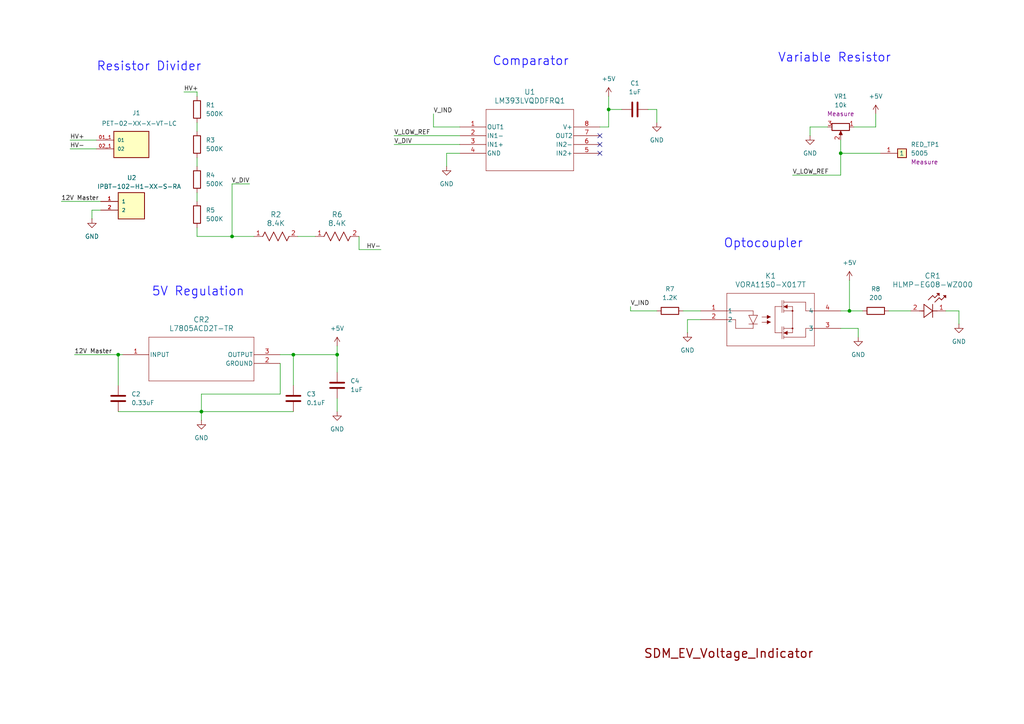
<source format=kicad_sch>
(kicad_sch (version 20250114) (generator "eeschema") (generator_version "9.0")
  (paper "A4")
  (lib_symbols
    (symbol "Device:C" (pin_numbers (hide yes)) (pin_names (offset 0.254))
      (property "Reference" "C" (at 0.635 2.54 0))
      (property "Value" "C" (at 0.635 -2.54 0))
      (symbol "C_0_1"
        (polyline (pts (xy -2.032 0.762) (xy 2.032 0.762)) (stroke (width 0.508)))
        (polyline (pts (xy -2.032 -0.762) (xy 2.032 -0.762)) (stroke (width 0.508)))
      )
      (symbol "C_1_1"
        (pin passive line (at 0 3.81 270) (length 2.794) (name "~") (number "1"))
        (pin passive line (at 0 -3.81 90) (length 2.794) (name "~") (number "2"))
      )
    )
    (symbol "Device:R" (pin_numbers (hide yes)) (pin_names (offset 0))
      (property "Reference" "R" (at 2.032 0 90))
      (property "Value" "R" (at 0 0 90))
      (symbol "R_0_1"
        (rectangle (start -1.016 -2.54) (end 1.016 2.54) (stroke (width 0.254)))
      )
      (symbol "R_1_1"
        (pin passive line (at 0 3.81 270) (length 1.27) (name "~") (number "1"))
        (pin passive line (at 0 -3.81 90) (length 1.27) (name "~") (number "2"))
      )
    )
    (symbol "SDM_Parts:ERA-2ARB102X" (pin_names (offset 0.254))
      (property "Reference" "R" (at 5.715 3.81 0))
      (property "Value" "ERA-2ARB102X" (at 6.35 -3.81 0))
      (symbol "ERA-2ARB102X_1_1"
        (polyline (pts (xy 2.54 0) (xy 3.175 1.27)) (stroke (width 0.2032)))
        (polyline (pts (xy 3.175 1.27) (xy 4.445 -1.27)) (stroke (width 0.2032)))
        (polyline (pts (xy 4.445 -1.27) (xy 5.715 1.27)) (stroke (width 0.2032)))
        (polyline (pts (xy 5.715 1.27) (xy 6.985 -1.27)) (stroke (width 0.2032)))
        (polyline (pts (xy 6.985 -1.27) (xy 8.255 1.27)) (stroke (width 0.2032)))
        (polyline (pts (xy 8.255 1.27) (xy 9.525 -1.27)) (stroke (width 0.2032)))
        (polyline (pts (xy 9.525 -1.27) (xy 10.16 0)) (stroke (width 0.2032)))
        (pin unspecified line (at 0 0 0) (length 2.54) (name "") (number "1"))
        (pin unspecified line (at 12.7 0 180) (length 2.54) (name "") (number "2"))
      )
      (symbol "ERA-2ARB102X_1_2"
        (polyline (pts (xy -1.27 8.255) (xy 1.27 9.525)) (stroke (width 0.2032)))
        (polyline (pts (xy -1.27 5.715) (xy 1.27 6.985)) (stroke (width 0.2032)))
        (polyline (pts (xy -1.27 3.175) (xy 1.27 4.445)) (stroke (width 0.2032)))
        (polyline (pts (xy 0 2.54) (xy -1.27 3.175)) (stroke (width 0.2032)))
        (polyline (pts (xy 1.27 9.525) (xy 0 10.16)) (stroke (width 0.2032)))
        (polyline (pts (xy 1.27 6.985) (xy -1.27 8.255)) (stroke (width 0.2032)))
        (polyline (pts (xy 1.27 4.445) (xy -1.27 5.715)) (stroke (width 0.2032)))
        (pin unspecified line (at 0 12.7 270) (length 2.54) (name "") (number "1"))
        (pin unspecified line (at 0 0 90) (length 2.54) (name "") (number "2"))
      )
    )
    (symbol "SDM_Parts:LM393LVQDDFRQ1" (pin_names (offset 0.254))
      (property "Reference" "U" (at 20.32 10.16 0))
      (property "Value" "LM393LVQDDFRQ1" (at 20.32 7.62 0))
      (symbol "LM393LVQDDFRQ1_0_1"
        (polyline (pts (xy 7.62 5.08) (xy 7.62 -12.7)) (stroke (width 0.127)))
        (polyline (pts (xy 7.62 -12.7) (xy 33.02 -12.7)) (stroke (width 0.127)))
        (polyline (pts (xy 33.02 5.08) (xy 7.62 5.08)) (stroke (width 0.127)))
        (polyline (pts (xy 33.02 -12.7) (xy 33.02 5.08)) (stroke (width 0.127)))
        (pin output line (at 0 0 0) (length 7.62) (name "OUT1") (number "1"))
        (pin input line (at 0 -2.54 0) (length 7.62) (name "IN1-") (number "2"))
        (pin input line (at 0 -5.08 0) (length 7.62) (name "IN1+") (number "3"))
        (pin power_out line (at 0 -7.62 0) (length 7.62) (name "GND") (number "4"))
        (pin power_in line (at 40.64 0 180) (length 7.62) (name "V+") (number "8"))
        (pin output line (at 40.64 -2.54 180) (length 7.62) (name "OUT2") (number "7"))
        (pin input line (at 40.64 -5.08 180) (length 7.62) (name "IN2-") (number "6"))
        (pin input line (at 40.64 -7.62 180) (length 7.62) (name "IN2+") (number "5"))
      )
    )
    (symbol "SDM_Parts:VORA1150-X017T" (pin_names (offset 0.254))
      (property "Reference" "K" (at 20.32 10.16 0))
      (property "Value" "VORA1150-X017T" (at 20.32 7.62 0))
      (symbol "VORA1150-X017T_0_1"
        (polyline (pts (xy 7.62 5.08) (xy 7.62 -10.16)) (stroke (width 0.127)))
        (polyline (pts (xy 7.62 0) (xy 15.24 0)) (stroke (width 0.127)))
        (polyline (pts (xy 7.62 -2.54) (xy 10.16 -2.54)) (stroke (width 0.127)))
        (polyline (pts (xy 7.62 -10.16) (xy 33.02 -10.16)) (stroke (width 0.127)))
        (polyline (pts (xy 10.16 -2.54) (xy 10.16 -5.08)) (stroke (width 0.127)))
        (polyline (pts (xy 10.16 -5.08) (xy 15.24 -5.08)) (stroke (width 0.127)))
        (polyline (pts (xy 13.97 -1.27) (xy 16.51 -1.27)) (stroke (width 0.127)))
        (polyline (pts (xy 13.97 -3.81) (xy 16.51 -3.81)) (stroke (width 0.127)))
        (polyline (pts (xy 15.24 -1.27) (xy 15.24 0)) (stroke (width 0.127)))
        (polyline (pts (xy 15.24 -3.81) (xy 13.97 -1.27)) (stroke (width 0.127)))
        (polyline (pts (xy 15.24 -3.81) (xy 15.24 -5.08)) (stroke (width 0.127)))
        (polyline (pts (xy 16.51 -1.27) (xy 15.24 -3.81)) (stroke (width 0.127)))
        (polyline (pts (xy 17.78 -1.778) (xy 19.558 -1.778)) (stroke (width 0.127)))
        (polyline (pts (xy 17.78 -3.302) (xy 19.558 -3.302)) (stroke (width 0.127)))
        (polyline (pts (xy 20.32 -1.778) (xy 19.304 -1.27) (xy 19.304 -2.286)) (fill (type outline)))
        (polyline (pts (xy 20.32 -3.302) (xy 19.304 -2.794) (xy 19.304 -3.81)) (fill (type outline)))
        (polyline (pts (xy 21.59 1.27) (xy 21.59 -6.35)) (stroke (width 0.127)))
        (polyline (pts (xy 21.59 1.27) (xy 23.622 1.27)) (stroke (width 0.127)))
        (polyline (pts (xy 21.59 -6.35) (xy 23.622 -6.35)) (stroke (width 0.127)))
        (polyline (pts (xy 23.622 3.048) (xy 23.622 -0.508)) (stroke (width 0.127)))
        (polyline (pts (xy 23.622 -4.572) (xy 23.622 -8.128)) (stroke (width 0.127)))
        (polyline (pts (xy 24.13 3.048) (xy 24.13 2.032)) (stroke (width 0.127)))
        (polyline (pts (xy 24.13 2.54) (xy 30.48 2.54)) (stroke (width 0.127)))
        (polyline (pts (xy 24.13 1.778) (xy 24.13 0.762)) (stroke (width 0.127)))
        (polyline (pts (xy 24.13 1.27) (xy 25.146 0.762) (xy 25.146 1.778)) (fill (type outline)))
        (polyline (pts (xy 24.13 0.508) (xy 24.13 -0.508)) (stroke (width 0.127)))
        (polyline (pts (xy 24.13 0) (xy 26.67 0)) (stroke (width 0.127)))
        (polyline (pts (xy 24.13 -4.572) (xy 24.13 -5.588)) (stroke (width 0.127)))
        (polyline (pts (xy 24.13 -5.08) (xy 26.67 -5.08)) (stroke (width 0.127)))
        (polyline (pts (xy 24.13 -5.842) (xy 24.13 -6.858)) (stroke (width 0.127)))
        (polyline (pts (xy 24.13 -6.35) (xy 25.146 -6.858) (xy 25.146 -5.842)) (fill (type outline)))
        (polyline (pts (xy 24.13 -7.112) (xy 24.13 -8.128)) (stroke (width 0.127)))
        (polyline (pts (xy 24.638 1.27) (xy 26.67 1.27)) (stroke (width 0.127)))
        (polyline (pts (xy 26.67 1.27) (xy 26.67 -6.35)) (stroke (width 0.127)))
        (circle (center 26.67 0) (radius 0.127) (stroke (width 0.254)))
        (circle (center 26.67 -5.08) (radius 0.127) (stroke (width 0.254)))
        (polyline (pts (xy 26.67 -6.35) (xy 24.384 -6.35)) (stroke (width 0.127)))
        (polyline (pts (xy 30.48 2.54) (xy 30.48 0)) (stroke (width 0.127)))
        (polyline (pts (xy 30.48 0) (xy 33.02 0)) (stroke (width 0.127)))
        (polyline (pts (xy 30.48 -5.08) (xy 30.48 -7.62)) (stroke (width 0.127)))
        (polyline (pts (xy 30.48 -7.62) (xy 24.13 -7.62)) (stroke (width 0.127)))
        (polyline (pts (xy 33.02 5.08) (xy 7.62 5.08)) (stroke (width 0.127)))
        (polyline (pts (xy 33.02 -5.08) (xy 30.48 -5.08)) (stroke (width 0.127)))
        (polyline (pts (xy 33.02 -10.16) (xy 33.02 5.08)) (stroke (width 0.127)))
        (pin unspecified line (at 0 0 0) (length 7.62) (name "1") (number "1"))
        (pin unspecified line (at 0 -2.54 0) (length 7.62) (name "2") (number "2"))
        (pin bidirectional line (at 40.64 0 180) (length 7.62) (name "4") (number "4"))
        (pin unspecified line (at 40.64 -5.08 180) (length 7.62) (name "3") (number "3"))
      )
    )
    (symbol "Symbols:3386P-1-103TLF" (pin_names (hide yes))
      (property "Reference" "VR" (at 0 6.858 0))
      (property "Value" "10k" (at 0 5.08 0))
      (property "Measure" "Measure" (at 4.064 2.794 0))
      (symbol "3386P-1-103TLF_0_1"
        (polyline (pts (xy 3.81 -1.143) (xy 4.318 -2.286) (xy 3.302 -2.286) (xy 3.81 -1.143)) (fill (type outline)))
        (polyline (pts (xy 3.81 -2.54) (xy 3.81 -1.524)))
        (rectangle (start 6.35 -1.016) (end 1.27 1.016) (stroke (width 0.254)))
      )
      (symbol "3386P-1-103TLF_1_1"
        (pin passive line (at 0 0 0) (length 1.27) (name "CW") (number "3"))
        (pin passive line (at 3.81 -3.81 90) (length 1.27) (name "Wiper") (number "2"))
        (pin passive line (at 7.62 0 180) (length 1.27) (name "CCW") (number "1"))
      )
    )
    (symbol "Symbols:5005"
      (property "Reference" "RED_TP" (at 16.51 7.62 0))
      (property "Value" "5005" (at 16.51 5.08 0))
      (property "Measure" "Measure" (at 20.574 2.54 0))
      (symbol "5005_1_1"
        (rectangle (start 5.08 1.27) (end 7.62 -1.27) (stroke (width 0.254)) (fill (type background)))
        (pin passive line (at 0 0 0) (length 5.08) (name "1") (number "1"))
      )
    )
    (symbol "Symbols:HLMP-EG08-WZ000" (pin_names (offset 0.254))
      (property "Reference" "CR" (at 5.08 -4.445 0))
      (property "Value" "HLMP-EG08-WZ000" (at 5.08 -7.62 0))
      (symbol "HLMP-EG08-WZ000_1_1"
        (polyline (pts (xy 2.54 0) (xy 3.4798 0)) (stroke (width 0.2032)))
        (polyline (pts (xy 3.175 0) (xy 3.81 0)) (stroke (width 0.2032)))
        (polyline (pts (xy 3.81 1.905) (xy 3.81 -1.905)) (stroke (width 0.2032)))
        (polyline (pts (xy 3.81 -1.905) (xy 6.35 0)) (stroke (width 0.2032)))
        (polyline (pts (xy 5.08 3.175) (xy 6.35 4.445)) (stroke (width 0.2032)))
        (polyline (pts (xy 6.35 4.445) (xy 6.985 3.81)) (stroke (width 0.2032)))
        (polyline (pts (xy 6.35 0) (xy 3.81 1.905)) (stroke (width 0.2032)))
        (polyline (pts (xy 6.35 0) (xy 7.62 0)) (stroke (width 0.2032)))
        (polyline (pts (xy 6.35 -1.905) (xy 6.35 1.905)) (stroke (width 0.2032)))
        (polyline (pts (xy 6.985 3.81) (xy 8.255 5.08)) (stroke (width 0.2032)))
        (polyline (pts (xy 6.985 2.54) (xy 8.255 3.81)) (stroke (width 0.2032)))
        (polyline (pts (xy 7.62 5.08) (xy 8.255 4.445)) (stroke (width 0.2032)))
        (polyline (pts (xy 8.255 5.08) (xy 7.62 5.08)) (stroke (width 0.2032)))
        (polyline (pts (xy 8.255 4.445) (xy 8.255 5.08)) (stroke (width 0.2032)))
        (polyline (pts (xy 8.255 3.81) (xy 8.89 3.175)) (stroke (width 0.2032)))
        (polyline (pts (xy 8.89 3.175) (xy 10.16 4.445)) (stroke (width 0.2032)))
        (polyline (pts (xy 9.525 4.445) (xy 10.16 3.81)) (stroke (width 0.2032)))
        (polyline (pts (xy 10.16 4.445) (xy 9.525 4.445)) (stroke (width 0.2032)))
        (polyline (pts (xy 10.16 3.81) (xy 10.16 4.445)) (stroke (width 0.2032)))
        (pin unspecified line (at 0 0 0) (length 2.54) (name "") (number "2"))
        (pin unspecified line (at 10.16 0 180) (length 2.54) (name "") (number "1"))
      )
      (symbol "HLMP-EG08-WZ000_1_2"
        (polyline (pts (xy -5.08 8.255) (xy -5.08 7.62)) (stroke (width 0.2032)))
        (polyline (pts (xy -5.08 7.62) (xy -4.445 8.255)) (stroke (width 0.2032)))
        (polyline (pts (xy -4.445 10.16) (xy -4.445 9.525)) (stroke (width 0.2032)))
        (polyline (pts (xy -4.445 9.525) (xy -3.81 10.16)) (stroke (width 0.2032)))
        (polyline (pts (xy -4.445 8.255) (xy -5.08 8.255)) (stroke (width 0.2032)))
        (polyline (pts (xy -4.445 6.35) (xy -3.81 6.985)) (stroke (width 0.2032)))
        (polyline (pts (xy -3.81 10.16) (xy -4.445 10.16)) (stroke (width 0.2032)))
        (polyline (pts (xy -3.81 8.255) (xy -3.175 8.89)) (stroke (width 0.2032)))
        (polyline (pts (xy -3.81 6.985) (xy -5.08 8.255)) (stroke (width 0.2032)))
        (polyline (pts (xy -3.175 8.89) (xy -4.445 10.16)) (stroke (width 0.2032)))
        (polyline (pts (xy -3.175 5.08) (xy -4.445 6.35)) (stroke (width 0.2032)))
        (polyline (pts (xy -2.54 6.985) (xy -3.81 8.255)) (stroke (width 0.2032)))
        (polyline (pts (xy -1.905 3.81) (xy 1.905 3.81)) (stroke (width 0.2032)))
        (polyline (pts (xy 0 6.35) (xy -1.905 3.81)) (stroke (width 0.2032)))
        (polyline (pts (xy 0 6.35) (xy 0 7.62)) (stroke (width 0.2032)))
        (polyline (pts (xy 0 3.175) (xy 0 3.81)) (stroke (width 0.2032)))
        (polyline (pts (xy 0 2.54) (xy 0 3.4798)) (stroke (width 0.2032)))
        (polyline (pts (xy 1.905 6.35) (xy -1.905 6.35)) (stroke (width 0.2032)))
        (polyline (pts (xy 1.905 3.81) (xy 0 6.35)) (stroke (width 0.2032)))
        (pin unspecified line (at 0 10.16 270) (length 2.54) (name "") (number "1"))
        (pin unspecified line (at 0 0 90) (length 2.54) (name "") (number "2"))
      )
    )
    (symbol "Symbols:IPBT-102-H1-XX-S-RA" (pin_names (offset 1.016))
      (property "Reference" "U" (at 5.08 3.302 0))
      (property "Value" "IPBT-102-H1-XX-S-RA" (at 5.08 -7.112 0))
      (symbol "IPBT-102-H1-XX-S-RA_0_0"
        (rectangle (start 5.08 -5.08) (end 12.7 2.54) (stroke (width 0.254)) (fill (type background)))
        (pin bidirectional line (at 0 0 0) (length 5.08) (name "1") (number "1"))
        (pin bidirectional line (at 0 -2.54 0) (length 5.08) (name "2") (number "2"))
      )
    )
    (symbol "Symbols:L7805ACD2T-TR" (pin_names (offset 0.254))
      (property "Reference" "CR" (at 22.86 10.16 0))
      (property "Value" "L7805ACD2T-TR" (at 22.86 7.62 0))
      (symbol "L7805ACD2T-TR_0_1"
        (polyline (pts (xy 7.62 5.08) (xy 7.62 -7.62)) (stroke (width 0.127)))
        (polyline (pts (xy 7.62 -7.62) (xy 38.1 -7.62)) (stroke (width 0.127)))
        (polyline (pts (xy 38.1 5.08) (xy 7.62 5.08)) (stroke (width 0.127)))
        (polyline (pts (xy 38.1 -7.62) (xy 38.1 5.08)) (stroke (width 0.127)))
        (pin input line (at 0 0 0) (length 7.62) (name "INPUT") (number "1"))
        (pin output line (at 45.72 0 180) (length 7.62) (name "OUTPUT") (number "3"))
        (pin power_out line (at 45.72 -2.54 180) (length 7.62) (name "GROUND") (number "2"))
      )
    )
    (symbol "Symbols:PET-02-XX-X-VT-LC" (pin_names (offset 1.016))
      (property "Reference" "J" (at -5.08 3.302 0))
      (property "Value" "PET-02-XX-X-VT-LC" (at -5.08 -5.842 0))
      (symbol "PET-02-XX-X-VT-LC_0_0"
        (rectangle (start -5.08 -5.08) (end 5.08 2.54) (stroke (width 0.254)) (fill (type background)))
        (pin power_in line (at -10.16 0 0) (length 5.08) (name "01") (number "01_1"))
        (pin power_in line (at -10.16 0 0) (length 5.08) (hide yes) (name "01") (number "01_2"))
        (pin power_in line (at -10.16 0 0) (length 5.08) (hide yes) (name "01") (number "01_3"))
        (pin power_in line (at -10.16 0 0) (length 5.08) (hide yes) (name "01") (number "01_4"))
        (pin power_in line (at -10.16 0 0) (length 5.08) (hide yes) (name "01") (number "01_5"))
        (pin power_in line (at -10.16 0 0) (length 5.08) (hide yes) (name "01") (number "01_6"))
        (pin power_in line (at -10.16 0 0) (length 5.08) (hide yes) (name "01") (number "01_7"))
        (pin power_in line (at -10.16 0 0) (length 5.08) (hide yes) (name "01") (number "01_8"))
        (pin power_in line (at -10.16 -2.54 0) (length 5.08) (name "02") (number "02_1"))
        (pin power_in line (at -10.16 -2.54 0) (length 5.08) (hide yes) (name "02") (number "02_2"))
        (pin power_in line (at -10.16 -2.54 0) (length 5.08) (hide yes) (name "02") (number "02_3"))
        (pin power_in line (at -10.16 -2.54 0) (length 5.08) (hide yes) (name "02") (number "02_4"))
        (pin power_in line (at -10.16 -2.54 0) (length 5.08) (hide yes) (name "02") (number "02_5"))
        (pin power_in line (at -10.16 -2.54 0) (length 5.08) (hide yes) (name "02") (number "02_6"))
        (pin power_in line (at -10.16 -2.54 0) (length 5.08) (hide yes) (name "02") (number "02_7"))
        (pin power_in line (at -10.16 -2.54 0) (length 5.08) (hide yes) (name "02") (number "02_8"))
      )
    )
    (symbol "power:+5V" (power) (pin_numbers (hide yes)) (pin_names (offset 0) (hide yes))
      (property "Value" "+5V" (at 0 3.556 0))
      (symbol "+5V_0_1"
        (polyline (pts (xy -0.762 1.27) (xy 0 2.54)))
        (polyline (pts (xy 0 2.54) (xy 0.762 1.27)))
        (polyline (pts (xy 0 0) (xy 0 2.54)))
      )
      (symbol "+5V_1_1"
        (pin power_in line (at 0 0 90) (length 0) (name "~") (number "1"))
      )
    )
    (symbol "power:GND" (power) (pin_numbers (hide yes)) (pin_names (offset 0) (hide yes))
      (property "Value" "GND" (at 0 -3.81 0))
      (symbol "GND_0_1"
        (polyline (pts (xy 0 0) (xy 0 -1.27) (xy 1.27 -1.27) (xy 0 -2.54) (xy -1.27 -1.27) (xy 0 -1.27)))
      )
      (symbol "GND_1_1"
        (pin power_in line (at 0 0 270) (length 0) (name "~") (number "1"))
      )
    )
  )
  (text "Comparator" (at 142.748 19.304 0) (effects (font (size 2.54 2.54) (thickness 0.254) (bold yes)) (justify left bottom)))
  (text "Optocoupler" (at 209.804 72.136 0) (effects (font (size 2.54 2.54) (thickness 0.254) (bold yes)) (justify left bottom)))
  (text "Variable Resistor" (at 225.552 18.288 0) (effects (font (size 2.54 2.54) (thickness 0.254) (bold yes)) (justify left bottom)))
  (text "SDM_EV_Voltage_Indicator" (at 211.328 189.738 0) (effects (font (size 2.54 2.54) (thickness 0.3175))))
  (text "5V Regulation" (at 43.942 86.106 0) (effects (font (size 2.54 2.54) (thickness 0.254) (bold yes)) (justify left bottom)))
  (text "Resistor Divider" (at 27.94 20.828 0) (effects (font (size 2.54 2.54) (thickness 0.254) (bold yes)) (justify left bottom)))
  (junction (at 58.42 119.38))
  (junction (at 176.53 31.75))
  (junction (at 85.09 102.87))
  (junction (at 246.38 90.17))
  (junction (at 97.79 102.87))
  (junction (at 243.84 44.45))
  (junction (at 34.29 102.87))
  (junction (at 67.31 68.58))
  (no_connect (at 173.99 39.37))
  (no_connect (at 173.99 44.45))
  (no_connect (at 173.99 41.91))
  (wire (pts (xy 20.32 43.18) (xy 27.94 43.18)))
  (wire (pts (xy 234.95 36.83) (xy 234.95 39.37)))
  (wire (pts (xy 114.3 41.91) (xy 133.35 41.91)))
  (wire (pts (xy 243.84 50.8) (xy 243.84 44.45)))
  (wire (pts (xy 240.03 36.83) (xy 234.95 36.83)))
  (wire (pts (xy 133.35 36.83) (xy 125.73 36.83)))
  (wire (pts (xy 57.15 66.04) (xy 57.15 68.58)))
  (wire (pts (xy 57.15 68.58) (xy 67.31 68.58)))
  (wire (pts (xy 57.15 35.56) (xy 57.15 38.1)))
  (wire (pts (xy 97.79 100.33) (xy 97.79 102.87)))
  (wire (pts (xy 274.32 90.17) (xy 278.13 90.17)))
  (wire (pts (xy 21.59 102.87) (xy 34.29 102.87)))
  (wire (pts (xy 114.3 39.37) (xy 133.35 39.37)))
  (wire (pts (xy 248.92 95.25) (xy 248.92 97.79)))
  (wire (pts (xy 243.84 44.45) (xy 243.84 40.64)))
  (wire (pts (xy 254 36.83) (xy 254 33.02)))
  (wire (pts (xy 199.39 92.71) (xy 203.2 92.71)))
  (wire (pts (xy 17.78 58.42) (xy 29.21 58.42)))
  (wire (pts (xy 243.84 95.25) (xy 248.92 95.25)))
  (wire (pts (xy 86.36 68.58) (xy 91.44 68.58)))
  (wire (pts (xy 173.99 36.83) (xy 176.53 36.83)))
  (wire (pts (xy 97.79 107.95) (xy 97.79 102.87)))
  (wire (pts (xy 257.81 90.17) (xy 264.16 90.17)))
  (wire (pts (xy 243.84 90.17) (xy 246.38 90.17)))
  (wire (pts (xy 67.31 68.58) (xy 73.66 68.58)))
  (wire (pts (xy 81.28 114.3) (xy 58.42 114.3)))
  (wire (pts (xy 34.29 102.87) (xy 34.29 111.76)))
  (wire (pts (xy 176.53 31.75) (xy 180.34 31.75)))
  (wire (pts (xy 58.42 114.3) (xy 58.42 119.38)))
  (wire (pts (xy 229.87 50.8) (xy 243.84 50.8)))
  (wire (pts (xy 58.42 119.38) (xy 85.09 119.38)))
  (wire (pts (xy 247.65 36.83) (xy 254 36.83)))
  (wire (pts (xy 81.28 102.87) (xy 85.09 102.87)))
  (wire (pts (xy 57.15 45.72) (xy 57.15 48.26)))
  (wire (pts (xy 97.79 115.57) (xy 97.79 119.38)))
  (wire (pts (xy 125.73 36.83) (xy 125.73 33.02)))
  (wire (pts (xy 104.14 72.39) (xy 110.49 72.39)))
  (wire (pts (xy 190.5 90.17) (xy 182.88 90.17)))
  (wire (pts (xy 133.35 44.45) (xy 129.54 44.45)))
  (wire (pts (xy 199.39 96.52) (xy 199.39 92.71)))
  (wire (pts (xy 129.54 44.45) (xy 129.54 48.26)))
  (wire (pts (xy 187.96 31.75) (xy 190.5 31.75)))
  (wire (pts (xy 81.28 105.41) (xy 81.28 114.3)))
  (wire (pts (xy 243.84 44.45) (xy 255.27 44.45)))
  (wire (pts (xy 29.21 60.96) (xy 26.67 60.96)))
  (wire (pts (xy 85.09 102.87) (xy 97.79 102.87)))
  (wire (pts (xy 198.12 90.17) (xy 203.2 90.17)))
  (wire (pts (xy 34.29 119.38) (xy 58.42 119.38)))
  (wire (pts (xy 85.09 102.87) (xy 85.09 111.76)))
  (wire (pts (xy 182.88 90.17) (xy 182.88 88.9)))
  (wire (pts (xy 190.5 31.75) (xy 190.5 35.56)))
  (wire (pts (xy 67.31 53.34) (xy 67.31 68.58)))
  (wire (pts (xy 246.38 81.28) (xy 246.38 90.17)))
  (wire (pts (xy 26.67 60.96) (xy 26.67 63.5)))
  (wire (pts (xy 53.34 26.67) (xy 57.15 26.67)))
  (wire (pts (xy 58.42 119.38) (xy 58.42 121.92)))
  (wire (pts (xy 57.15 27.94) (xy 57.15 26.67)))
  (wire (pts (xy 246.38 90.17) (xy 250.19 90.17)))
  (wire (pts (xy 57.15 55.88) (xy 57.15 58.42)))
  (wire (pts (xy 34.29 102.87) (xy 35.56 102.87)))
  (wire (pts (xy 104.14 68.58) (xy 104.14 72.39)))
  (wire (pts (xy 176.53 31.75) (xy 176.53 27.94)))
  (wire (pts (xy 72.39 53.34) (xy 67.31 53.34)))
  (wire (pts (xy 20.32 40.64) (xy 27.94 40.64)))
  (wire (pts (xy 278.13 93.98) (xy 278.13 90.17)))
  (wire (pts (xy 176.53 36.83) (xy 176.53 31.75)))
  (label "12V Master" (at 21.59 102.87 0))
  (label "V_LOW_REF" (at 114.3 39.37 0))
  (label "V_DIV" (at 72.39 53.34 180))
  (label "HV+" (at 20.32 40.64 0))
  (label "HV-" (at 110.49 72.39 180))
  (label "V_DIV" (at 114.3 41.91 0))
  (label "12V Master" (at 17.78 58.42 0))
  (label "V_LOW_REF" (at 229.87 50.8 0))
  (label "V_IND" (at 125.73 33.02 0))
  (label "HV+" (at 53.34 26.67 0))
  (label "V_IND" (at 182.88 88.9 0))
  (label "HV-" (at 20.32 43.18 0))
  (symbol (lib_id "Device:C") (at 85.09 115.57 180) (unit 1)
    (property "Reference" "C3" (at 88.9 114.2999 0) (effects (justify right)))
    (property "Value" "0.1uF" (at 88.9 116.8399 0) (effects (justify right)))
    (property "Footprint" "Capacitor_SMD:C_0603_1608Metric" (effects (hide yes)))
    (property "Description" "Unpolarized capacitor" (effects (hide yes)))
  )
  (symbol (lib_id "Device:C") (at 97.79 111.76 180) (unit 1)
    (property "Reference" "C4" (at 101.6 110.4899 0) (effects (justify right)))
    (property "Value" "1uF" (at 101.6 113.0299 0) (effects (justify right)))
    (property "Footprint" "Capacitor_SMD:C_0603_1608Metric" (effects (hide yes)))
    (property "Description" "Unpolarized capacitor" (effects (hide yes)))
  )
  (symbol (lib_id "power:+5V") (at 246.38 81.28 0) (unit 1)
    (property "Reference" "#PWR011" (effects (hide yes)))
    (property "Value" "+5V" (at 246.38 76.2 0))
    (property "Description" "Power symbol creates a global label with name \"+5V\"" (effects (hide yes)))
  )
  (symbol (lib_id "power:GND") (at 26.67 63.5 0) (unit 1)
    (property "Reference" "#PWR03" (effects (hide yes)))
    (property "Value" "GND" (at 26.67 68.58 0))
    (property "Description" "Power symbol creates a global label with name \"GND\" , ground" (effects (hide yes)))
  )
  (symbol (lib_id "power:GND") (at 129.54 48.26 0) (unit 1)
    (property "Reference" "#PWR01" (effects (hide yes)))
    (property "Value" "GND" (at 129.54 53.34 0))
    (property "Description" "Power symbol creates a global label with name \"GND\" , ground" (effects (hide yes)))
  )
  (symbol (lib_id "Device:C") (at 184.15 31.75 90) (unit 1)
    (property "Reference" "C1" (at 184.15 24.13 90))
    (property "Value" "1uF" (at 184.15 26.67 90))
    (property "Footprint" "Capacitor_SMD:C_0603_1608Metric" (effects (hide yes)))
    (property "Description" "Unpolarized capacitor" (effects (hide yes)))
  )
  (symbol (lib_id "Symbols:5005") (at 255.27 44.45 0) (unit 1)
    (property "Reference" "RED_TP1" (at 264.16 41.9099 0) (effects (justify left)))
    (property "Value" "5005" (at 264.16 44.4499 0) (effects (justify left)))
    (property "Footprint" "Footprints:5005" (effects (hide yes)))
    (property "Datasheet" "http://www.keyelco.com/product-pdf.cfm?p=1314" (effects (hide yes)))
    (property "Description" "Test Point, PC, Snap in Mounting,  Compact, Red Base" (effects (hide yes)))
    (property "Measure" "Measure" (at 264.16 46.9899 0) (effects (justify left)))
    (property "Mouser Part Number" "534-5005" (effects (hide yes)))
    (property "Mouser Price/Stock" "https://www.mouser.co.uk/ProductDetail/Keystone-Electronics/5005?qs=q0tsjPZWdm%252BiIco20yB3BQ%3D%3D" (effects (hide yes)))
    (property "Manufacturer_Name" "Keystone Electronics" (effects (hide yes)))
    (property "Manufacturer_Part_Number" "5005" (effects (hide yes)))
  )
  (symbol (lib_id "SDM_Parts:VORA1150-X017T") (at 203.2 90.17 0) (unit 1)
    (property "Reference" "K1" (at 223.52 80.01 0) (effects (font (size 1.524 1.524))))
    (property "Value" "VORA1150-X017T" (at 223.52 82.55 0) (effects (font (size 1.524 1.524))))
    (property "Footprint" "SOP_VORA1150-X017T_VIS" (effects (hide yes)))
    (property "Datasheet" "https://www.vishay.com/doc?80372" (effects (hide yes)))
  )
  (symbol (lib_id "SDM_Parts:ERA-2ARB102X") (at 91.44 68.58 0) (unit 1)
    (property "Reference" "R6" (at 97.79 62.23 0) (effects (font (size 1.524 1.524))))
    (property "Value" "8.4K" (at 97.79 64.77 0) (effects (font (size 1.524 1.524))))
    (property "Footprint" "Footprints:RES_ERA2A_PAN" (effects (hide yes)))
    (property "Datasheet" "ERA-2ARB102X" (effects (hide yes)))
  )
  (symbol (lib_id "Device:R") (at 57.15 62.23 180) (unit 1)
    (property "Reference" "R5" (at 59.69 60.9599 0) (effects (justify right)))
    (property "Value" "500K" (at 59.69 63.4999 0) (effects (justify right)))
    (property "Footprint" "Resistor_SMD:R_0201_0603Metric" (effects (hide yes)))
    (property "Description" "Resistor" (effects (hide yes)))
  )
  (symbol (lib_id "power:GND") (at 97.79 119.38 0) (unit 1)
    (property "Reference" "#PWR012" (effects (hide yes)))
    (property "Value" "GND" (at 97.79 124.46 0))
    (property "Description" "Power symbol creates a global label with name \"GND\" , ground" (effects (hide yes)))
  )
  (symbol (lib_id "Device:R") (at 57.15 41.91 180) (unit 1)
    (property "Reference" "R3" (at 59.69 40.6399 0) (effects (justify right)))
    (property "Value" "500K" (at 59.69 43.1799 0) (effects (justify right)))
    (property "Footprint" "Resistor_SMD:R_0201_0603Metric" (effects (hide yes)))
    (property "Description" "Resistor" (effects (hide yes)))
  )
  (symbol (lib_id "Device:R") (at 57.15 31.75 0) (unit 1)
    (property "Reference" "R1" (at 59.69 30.4799 0) (effects (justify left)))
    (property "Value" "500K" (at 59.69 33.0199 0) (effects (justify left)))
    (property "Footprint" "Resistor_SMD:R_0201_0603Metric" (effects (hide yes)))
    (property "Description" "Resistor" (effects (hide yes)))
  )
  (symbol (lib_id "power:GND") (at 58.42 121.92 0) (unit 1)
    (property "Reference" "#PWR04" (effects (hide yes)))
    (property "Value" "GND" (at 58.42 127 0))
    (property "Description" "Power symbol creates a global label with name \"GND\" , ground" (effects (hide yes)))
  )
  (symbol (lib_id "power:GND") (at 190.5 35.56 0) (unit 1)
    (property "Reference" "#PWR05" (effects (hide yes)))
    (property "Value" "GND" (at 190.5 40.64 0))
    (property "Description" "Power symbol creates a global label with name \"GND\" , ground" (effects (hide yes)))
  )
  (symbol (lib_id "power:+5V") (at 176.53 27.94 0) (unit 1)
    (property "Reference" "#PWR02" (effects (hide yes)))
    (property "Value" "+5V" (at 176.53 22.86 0))
    (property "Description" "Power symbol creates a global label with name \"+5V\"" (effects (hide yes)))
  )
  (symbol (lib_id "Device:C") (at 34.29 115.57 180) (unit 1)
    (property "Reference" "C2" (at 38.1 114.2999 0) (effects (justify right)))
    (property "Value" "0.33uF" (at 38.1 116.8399 0) (effects (justify right)))
    (property "Footprint" "Capacitor_SMD:C_0603_1608Metric" (effects (hide yes)))
    (property "Description" "Unpolarized capacitor" (effects (hide yes)))
  )
  (symbol (lib_id "power:+5V") (at 97.79 100.33 0) (unit 1)
    (property "Reference" "#PWR013" (effects (hide yes)))
    (property "Value" "+5V" (at 97.79 95.25 0))
    (property "Description" "Power symbol creates a global label with name \"+5V\"" (effects (hide yes)))
  )
  (symbol (lib_id "power:GND") (at 199.39 96.52 0) (unit 1)
    (property "Reference" "#PWR09" (effects (hide yes)))
    (property "Value" "GND" (at 199.39 101.6 0))
    (property "Description" "Power symbol creates a global label with name \"GND\" , ground" (effects (hide yes)))
  )
  (symbol (lib_id "SDM_Parts:LM393LVQDDFRQ1") (at 133.35 36.83 0) (unit 1)
    (property "Reference" "U1" (at 153.67 26.67 0) (effects (font (size 1.524 1.524))))
    (property "Value" "LM393LVQDDFRQ1" (at 153.67 29.21 0) (effects (font (size 1.524 1.524))))
    (property "Footprint" "Footprints:SOT-23-THIN8_DDF_TEX" (effects (hide yes)))
    (property "Datasheet" "https://www.ti.com/lit/gpn/lm393lv-q1" (effects (hide yes)))
  )
  (symbol (lib_id "power:GND") (at 248.92 97.79 0) (unit 1)
    (property "Reference" "#PWR010" (effects (hide yes)))
    (property "Value" "GND" (at 248.92 102.87 0))
    (property "Description" "Power symbol creates a global label with name \"GND\" , ground" (effects (hide yes)))
  )
  (symbol (lib_id "Symbols:3386P-1-103TLF") (at 240.03 36.83 0) (unit 1)
    (property "Reference" "VR1" (at 243.84 27.94 0))
    (property "Value" "10k" (at 243.84 30.48 0))
    (property "Footprint" "Footprints:3386P1103TLF" (effects (hide yes)))
    (property "Datasheet" "https://www.mouser.com/datasheet/2/54/3386-776606.pdf" (effects (hide yes)))
    (property "Description" "Trimmer Resistors - Through Hole" (effects (hide yes)))
    (property "Measure" "Measure" (at 243.84 33.02 0))
    (property "Height" "4.83" (effects (hide yes)))
    (property "Mouser Part Number" "652-3386P-1-103TLF" (effects (hide yes)))
    (property "Mouser Price/Stock" "https://www.mouser.co.uk/ProductDetail/Bourns/3386P-1-103TLF?qs=m2uG%2FFdTAPW0l2ELvsEvlA%3D%3D" (effects (hide yes)))
    (property "Manufacturer_Name" "Bourns" (effects (hide yes)))
    (property "Manufacturer_Part_Number" "3386P-1-103TLF" (effects (hide yes)))
  )
  (symbol (lib_id "SDM_Parts:ERA-2ARB102X") (at 73.66 68.58 0) (unit 1)
    (property "Reference" "R2" (at 80.01 62.23 0) (effects (font (size 1.524 1.524))))
    (property "Value" "8.4K" (at 80.01 64.77 0) (effects (font (size 1.524 1.524))))
    (property "Footprint" "Footprints:RES_ERA2A_PAN" (effects (hide yes)))
    (property "Datasheet" "ERA-2ARB102X" (effects (hide yes)))
  )
  (symbol (lib_id "power:GND") (at 278.13 93.98 0) (unit 1)
    (property "Reference" "#PWR08" (effects (hide yes)))
    (property "Value" "GND" (at 278.13 99.06 0))
    (property "Description" "Power symbol creates a global label with name \"GND\" , ground" (effects (hide yes)))
  )
  (symbol (lib_id "Symbols:IPBT-102-H1-XX-S-RA") (at 29.21 58.42 0) (unit 1)
    (property "Reference" "U2" (at 36.83 51.562 0) (effects (justify left)))
    (property "Value" "IPBT-102-H1-XX-S-RA" (at 28.194 54.102 0) (effects (justify left)))
    (property "Footprint" "Footprints:IPBT-102-H1-XX-S-RA" (effects (hide yes)))
  )
  (symbol (lib_id "Device:R") (at 254 90.17 90) (unit 1)
    (property "Reference" "R8" (at 254 83.82 90))
    (property "Value" "200" (at 254 86.36 90))
    (property "Footprint" "Resistor_SMD:R_0201_0603Metric" (effects (hide yes)))
    (property "Description" "Resistor" (effects (hide yes)))
  )
  (symbol (lib_id "Symbols:HLMP-EG08-WZ000") (at 264.16 90.17 0) (unit 1)
    (property "Reference" "CR1" (at 270.51 80.01 0) (effects (font (size 1.524 1.524))))
    (property "Value" "HLMP-EG08-WZ000" (at 270.51 82.55 0) (effects (font (size 1.524 1.524))))
    (property "Footprint" "LED_AVAGO_HLMP_XX08_AVA" (effects (hide yes)))
    (property "Datasheet" "HLMP-EG08-WZ000" (effects (hide yes)))
  )
  (symbol (lib_id "Device:R") (at 194.31 90.17 270) (unit 1)
    (property "Reference" "R7" (at 194.31 83.82 90))
    (property "Value" "1.2K" (at 194.31 86.36 90))
    (property "Footprint" "Resistor_SMD:R_0201_0603Metric" (effects (hide yes)))
    (property "Description" "Resistor" (effects (hide yes)))
  )
  (symbol (lib_id "Symbols:PET-02-XX-X-VT-LC") (at 38.1 40.64 0) (unit 1)
    (property "Reference" "J1" (at 38.354 32.766 0) (effects (justify left)))
    (property "Value" "PET-02-XX-X-VT-LC" (at 29.464 35.814 0) (effects (justify left)))
    (property "Footprint" "Footprints:SAMTEC_PET-02-XX-X-VT-LC" (effects (hide yes)))
    (property "MF" "Samtec" (effects (hide yes)))
    (property "MAXIMUM_PACKAGE_HEIGHT" "14.62mm" (effects (hide yes)))
    (property "Package" "None" (effects (hide yes)))
    (property "Price" "None" (effects (hide yes)))
    (property "Check_prices" "https://www.snapeda.com/parts/PET-02-01-T-VT-LC/Samtec/view-part/?ref=eda" (effects (hide yes)))
    (property "STANDARD" "Manufacturer Recommendations" (effects (hide yes)))
    (property "PARTREV" "C" (effects (hide yes)))
    (property "SnapEDA_Link" "https://www.snapeda.com/parts/PET-02-01-T-VT-LC/Samtec/view-part/?ref=snap" (effects (hide yes)))
    (property "MP" "PET-02-01-T-VT-LC" (effects (hide yes)))
    (property "Description_1" "2 Position Header, Male Blades Connector Solder 0.250 (6.35mm) Through Hole" (effects (hide yes)))
    (property "Availability" "In Stock" (effects (hide yes)))
    (property "MANUFACTURER" "Samtec" (effects (hide yes)))
  )
  (symbol (lib_id "Symbols:L7805ACD2T-TR") (at 35.56 102.87 0) (unit 1)
    (property "Reference" "CR2" (at 58.42 92.71 0) (effects (font (size 1.524 1.524))))
    (property "Value" "L7805ACD2T-TR" (at 58.42 95.25 0) (effects (font (size 1.524 1.524))))
    (property "Footprint" "D2PAK_STM" (effects (hide yes)))
    (property "Datasheet" "https://www.st.com/resource/en/datasheet/l78.pdf" (effects (hide yes)))
  )
  (symbol (lib_id "Device:R") (at 57.15 52.07 180) (unit 1)
    (property "Reference" "R4" (at 59.69 50.7999 0) (effects (justify right)))
    (property "Value" "500K" (at 59.69 53.3399 0) (effects (justify right)))
    (property "Footprint" "Resistor_SMD:R_0201_0603Metric" (effects (hide yes)))
    (property "Description" "Resistor" (effects (hide yes)))
  )
  (symbol (lib_id "power:GND") (at 234.95 39.37 0) (unit 1)
    (property "Reference" "#PWR06" (effects (hide yes)))
    (property "Value" "GND" (at 234.95 44.45 0))
    (property "Description" "Power symbol creates a global label with name \"GND\" , ground" (effects (hide yes)))
  )
  (symbol (lib_id "power:+5V") (at 254 33.02 0) (unit 1)
    (property "Reference" "#PWR07" (effects (hide yes)))
    (property "Value" "+5V" (at 254 27.94 0))
    (property "Description" "Power symbol creates a global label with name \"+5V\"" (effects (hide yes)))
  )
)
</source>
